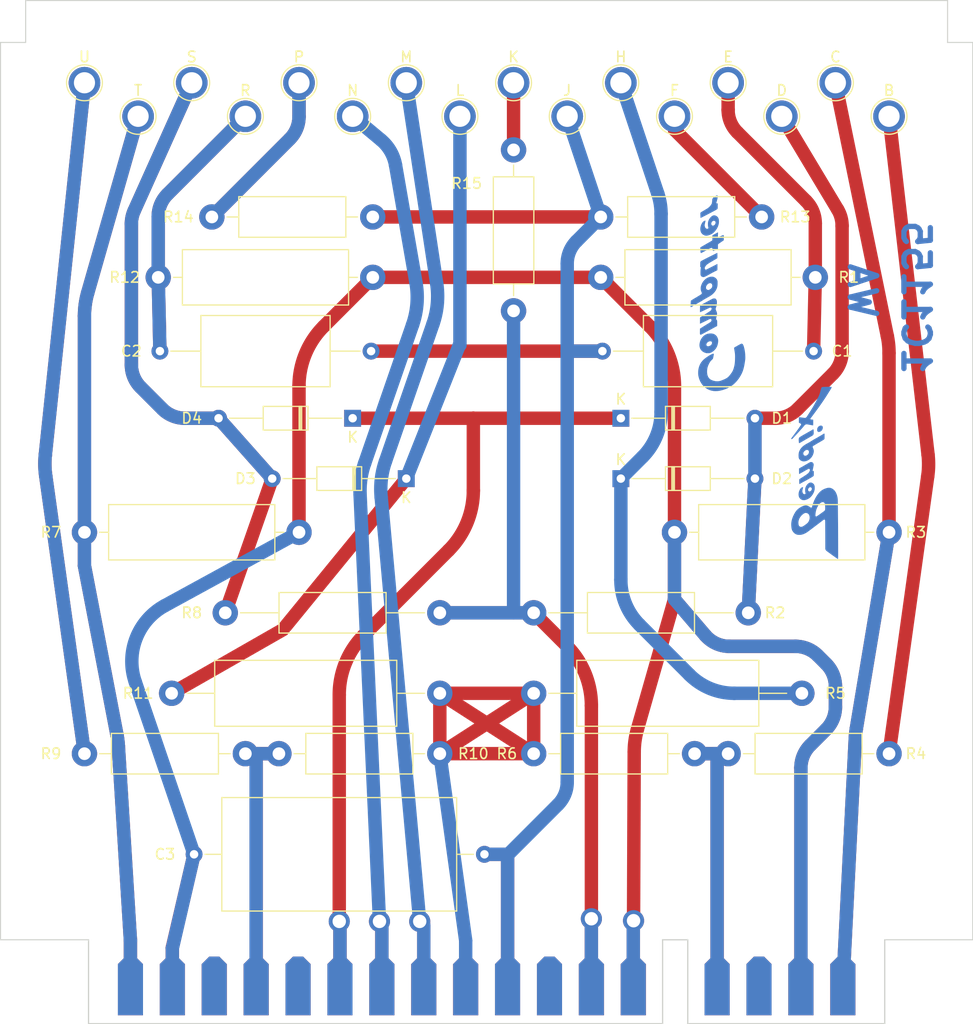
<source format=kicad_pcb>
(kicad_pcb (version 20211014) (generator pcbnew)
  (layers (0 "F.Cu" signal) (31 "B.Cu" signal) (34 "B.Paste" user) (35 "F.Paste" user) (36 "B.SilkS" user "B.Silkscreen") (37 "F.SilkS" user "F.Silkscreen") (38 "B.Mask" user) (39 "F.Mask" user) (44 "Edge.Cuts" user))
  (net 0 "")
  (net 1 "/+100V")
  (net 2 "GND")
  (net 3 "/V3P3")
  (net 4 "/Input 1")
  (net 5 "/V1P2")
  (net 6 "/-160V")
  (net 7 "/V2P2")
  (net 8 "/V2P7")
  (net 9 "/Filament 2")
  (net 10 "/Filament 1")
  (net 11 "/+250V")
  (net 12 "/V2P3")
  (net 13 "/Write Pulse")
  (net 14 "/V1P3")
  (net 15 "/V2P8")
  (net 16 "/V3P2")
  (net 17 "/Shield")
  (net 20 "/Input 2")
  (net 21 "/Output 2A")
  (net 24 "/V1P1")
  (net 25 "/V3P1")
  (net 26 "/V2P1")
  (net 27 "/Output 1A")
  (footprint "TestPoint:TestPoint_Plated_Hole_D2.0mm" (layer "F.Cu") (at 179.07 57.785 180)
    (fp_text reference "TP15")
    (fp_text value "C")
  )
  (footprint "TestPoint:TestPoint_Plated_Hole_D2.0mm" (layer "F.Cu") (at 184.15 60.96 180)
    (fp_text reference "TP16")
    (fp_text value "B")
  )
  (footprint "Resistor_THT:R_Axial_DIN0516_L15.5mm_D5.0mm_P20.32mm_Horizontal" (layer "F.Cu") (at 114.935 76.2)
    (fp_text reference "R12")
    (fp_text value "4.7K 1W 5%")
  )
  (footprint "Resistor_THT:R_Axial_DIN0516_L15.5mm_D5.0mm_P20.32mm_Horizontal" (layer "F.Cu") (at 177.165 76.2 180)
    (fp_text reference "R1")
    (fp_text value "4.7K 1W 5%")
  )
  (footprint "Resistor_THT:R_Axial_DIN0617_L17.0mm_D6.0mm_P25.40mm_Horizontal" (layer "F.Cu") (at 150.495 115.57)
    (fp_text reference "R5")
    (fp_text value "24K 2W 5%")
  )
  (footprint "TestPoint:TestPoint_Plated_Hole_D2.0mm" (layer "F.Cu") (at 118.11 57.785 180)
    (fp_text reference "TP3")
    (fp_text value "S")
  )
  (footprint "Resistor_THT:R_Axial_DIN0411_L9.9mm_D3.6mm_P15.24mm_Horizontal" (layer "F.Cu") (at 148.59 64.135 -90)
    (fp_text reference "R15")
    (fp_text value "120Ω 1/2W 5%")
  )
  (footprint "TestPoint:TestPoint_Plated_Hole_D2.0mm" (layer "F.Cu") (at 163.83 60.96 180)
    (fp_text reference "TP12")
    (fp_text value "F")
  )
  (footprint "TestPoint:TestPoint_Plated_Hole_D2.0mm" (layer "F.Cu") (at 153.67 60.96 180)
    (fp_text reference "TP10")
    (fp_text value "J")
  )
  (footprint "TestPoint:TestPoint_Plated_Hole_D2.0mm" (layer "F.Cu") (at 148.59 57.785 180)
    (fp_text reference "TP9")
    (fp_text value "K")
  )
  (footprint "Diode_THT:D_DO-35_SOD27_P12.70mm_Horizontal" (layer "F.Cu") (at 133.35 89.535 180)
    (fp_text reference "D4")
    (fp_text value "1N4007")
  )
  (footprint "Resistor_THT:R_Axial_DIN0411_L9.9mm_D3.6mm_P15.24mm_Horizontal" (layer "F.Cu") (at 107.95 121.285)
    (fp_text reference "R9")
    (fp_text value "1.2K 1/2W 5%")
  )
  (footprint "Resistor_THT:R_Axial_DIN0411_L9.9mm_D3.6mm_P15.24mm_Horizontal" (layer "F.Cu") (at 135.255 70.485 180)
    (fp_text reference "R14")
    (fp_text value "47Ω 1/2W 5%")
  )
  (footprint "Resistor_THT:R_Axial_DIN0516_L15.5mm_D5.0mm_P20.32mm_Horizontal" (layer "F.Cu") (at 107.95 100.33)
    (fp_text reference "R7")
    (fp_text value "2.7K 1/2W 5%")
  )
  (footprint "TestPoint:TestPoint_Plated_Hole_D2.0mm" (layer "F.Cu") (at 123.19 60.96 180)
    (fp_text reference "TP4")
    (fp_text value "R")
  )
  (footprint "Resistor_THT:R_Axial_DIN0411_L9.9mm_D3.6mm_P15.24mm_Horizontal" (layer "F.Cu") (at 141.605 121.285 180)
    (fp_text reference "R10")
    (fp_text value "560K 1/2W 5%")
  )
  (footprint "TestPoint:TestPoint_Plated_Hole_D2.0mm" (layer "F.Cu") (at 113.03 60.96 180)
    (fp_text reference "TP2")
    (fp_text value "T")
  )
  (footprint "Resistor_THT:R_Axial_DIN0411_L9.9mm_D3.6mm_P20.32mm_Horizontal" (layer "F.Cu") (at 121.285 107.95)
    (fp_text reference "R8")
    (fp_text value "110K 1/2W 5%")
  )
  (footprint "Capacitor_THT:C_Axial_L12.0mm_D6.5mm_P20.00mm_Horizontal" (layer "F.Cu") (at 177.005 83.185 180)
    (fp_text reference "C1")
    (fp_text value "1µF 500V")
  )
  (footprint "Diode_THT:D_DO-35_SOD27_P12.70mm_Horizontal" (layer "F.Cu") (at 158.75 89.535)
    (fp_text reference "D1")
    (fp_text value "1N4007")
  )
  (footprint "TestPoint:TestPoint_Plated_Hole_D2.0mm" (layer "F.Cu") (at 158.75 57.785 180)
    (fp_text reference "TP11")
    (fp_text value "H")
  )
  (footprint "Capacitor_THT:C_Axial_L22.0mm_D10.5mm_P27.50mm_Horizontal" (layer "F.Cu") (at 118.33 130.81)
    (fp_text reference "C3")
    (fp_text value "0.47µF 400V")
  )
  (footprint "TestPoint:TestPoint_Plated_Hole_D2.0mm" (layer "F.Cu") (at 138.43 57.785 180)
    (fp_text reference "TP7")
    (fp_text value "M")
  )
  (footprint "Diode_THT:D_DO-35_SOD27_P12.70mm_Horizontal" (layer "F.Cu") (at 138.43 95.25 180)
    (fp_text reference "D3")
    (fp_text value "1N4007")
  )
  (footprint "TestPoint:TestPoint_Plated_Hole_D2.0mm" (layer "F.Cu") (at 168.91 57.785 180)
    (fp_text reference "TP13")
    (fp_text value "E")
  )
  (footprint "Bendix_G15:Card_Edge_E_Key" (layer "F.Cu") (at 146.0375 138.9)
    (fp_text reference "J1")
    (fp_text value "Conn_02x18_Row_Letter_First")
    (fp_line (start 37.703125 0) (end 37.703125 7.9375) (layer "Edge.Cuts") (width 0.12))
    (fp_line (start 37.703125 7.9375) (end 19.05 7.9375) (layer "Edge.Cuts") (width 0.12))
    (fp_line (start 16.66875 0) (end 16.66875 7.9375) (layer "Edge.Cuts") (width 0.12))
    (fp_line (start 19.05 0) (end 16.66875 0) (layer "Edge.Cuts") (width 0.12))
    (fp_line (start -37.703125 7.9375) (end -37.703125 0) (layer "Edge.Cuts") (width 0.12))
    (fp_line (start 16.66875 7.9375) (end -37.703125 7.9375) (layer "Edge.Cuts") (width 0.12))
    (fp_line (start 19.05 7.9375) (end 19.05 0) (layer "Edge.Cuts") (width 0.12))
  )
  (footprint "Resistor_THT:R_Axial_DIN0411_L9.9mm_D3.6mm_P20.32mm_Horizontal" (layer "F.Cu") (at 170.815 107.95 180)
    (fp_text reference "R2")
    (fp_text value "110K 1/2W 5%")
  )
  (footprint "TestPoint:TestPoint_Plated_Hole_D2.0mm" (layer "F.Cu") (at 143.51 60.96 180)
    (fp_text reference "TP8")
    (fp_text value "L")
  )
  (footprint "Resistor_THT:R_Axial_DIN0516_L15.5mm_D5.0mm_P20.32mm_Horizontal" (layer "F.Cu") (at 184.15 100.33 180)
    (fp_text reference "R3")
    (fp_text value "2.7K 1/2W 5%")
  )
  (footprint "Capacitor_THT:C_Axial_L12.0mm_D6.5mm_P20.00mm_Horizontal" (layer "F.Cu") (at 115.095 83.185)
    (fp_text reference "C2")
    (fp_text value "1µF 500V")
  )
  (footprint "Resistor_THT:R_Axial_DIN0411_L9.9mm_D3.6mm_P15.24mm_Horizontal" (layer "F.Cu") (at 150.495 121.285)
    (fp_text reference "R6")
    (fp_text value "560K 1/2W 5%")
  )
  (footprint "TestPoint:TestPoint_Plated_Hole_D2.0mm" (layer "F.Cu") (at 107.95 57.785 180)
    (fp_text reference "TP1")
    (fp_text value "U")
  )
  (footprint "TestPoint:TestPoint_Plated_Hole_D2.0mm" (layer "F.Cu") (at 128.27 57.785 180)
    (fp_text reference "TP5")
    (fp_text value "P")
  )
  (footprint "TestPoint:TestPoint_Plated_Hole_D2.0mm" (layer "F.Cu") (at 173.99 60.96 180)
    (fp_text reference "TP14")
    (fp_text value "D")
  )
  (footprint "TestPoint:TestPoint_Plated_Hole_D2.0mm" (layer "F.Cu") (at 133.35 60.96 180)
    (fp_text reference "TP6")
    (fp_text value "N")
  )
  (footprint "Resistor_THT:R_Axial_DIN0411_L9.9mm_D3.6mm_P15.24mm_Horizontal" (layer "F.Cu") (at 168.91 121.285)
    (fp_text reference "R4")
    (fp_text value "1.2K 1/2W 5%")
  )
  (footprint "Resistor_THT:R_Axial_DIN0617_L17.0mm_D6.0mm_P25.40mm_Horizontal" (layer "F.Cu") (at 141.605 115.57 180)
    (fp_text reference "R11")
    (fp_text value "24K 2W 5%")
  )
  (footprint "Resistor_THT:R_Axial_DIN0411_L9.9mm_D3.6mm_P15.24mm_Horizontal" (layer "F.Cu") (at 156.845 70.485)
    (fp_text reference "R13")
    (fp_text value "47Ω 1/2W 5%")
  )
  (footprint "Diode_THT:D_DO-35_SOD27_P12.70mm_Horizontal" (layer "F.Cu") (at 158.75 95.25)
    (fp_text reference "D2")
    (fp_text value "1N4007")
  )
  (footprint "LOGO" (layer "B.Cu") (at 177.165 94.615 90)
    (fp_text reference "G***" hide)
    (fp_text value "LOGO" hide)
  )
  (footprint "LOGO" (layer "B.Cu") (at 168.275 77.47 90)
    (fp_text reference "G***" hide)
    (fp_text value "LOGO" hide)
  )
  (gr_line (start 102.38125 50) (end 189.69375 50) (layer "Edge.Cuts") (width 0.1))
  (gr_line (start 102.38125 53.96875) (end 100 53.96875) (layer "Edge.Cuts") (width 0.1))
  (gr_line (start 100 53.96875) (end 100 138.9) (layer "Edge.Cuts") (width 0.1))
  (gr_line (start 192.075 53.96875) (end 192.075 138.9) (layer "Edge.Cuts") (width 0.1))
  (gr_line (start 108.334375 138.9) (end 100 138.9) (layer "Edge.Cuts") (width 0.1))
  (gr_line (start 102.38125 50) (end 102.38125 53.96875) (layer "Edge.Cuts") (width 0.1))
  (gr_line (start 192.075 53.96875) (end 189.69375 53.96875) (layer "Edge.Cuts") (width 0.1))
  (gr_line (start 189.69375 50) (end 189.69375 53.96875) (layer "Edge.Cuts") (width 0.1))
  (gr_line (start 183.740625 138.9) (end 192.075 138.9) (layer "Edge.Cuts") (width 0.1))
  (gr_text "WA" (at 181.61 77.47 270) (layer "B.Cu") (effects (font (size 2.5 2.5) (thickness 0.5)) (justify mirror)))
  (gr_text "1C1155" (at 186.69 78.105 270) (layer "B.Cu") (effects (font (size 2.5 2.5) (thickness 0.5)) (justify mirror)))
  (via (at 104.7625 134.1375) (size 4.7625) (drill 3.175) (layers "F.Cu" "B.Cu") (remove_unused_layers) (net 0))
  (via (at 187.3125 134.1375) (size 4.7625) (drill 3.175) (layers "F.Cu" "B.Cu") (remove_unused_layers) (net 0))
  (segment (start 155.959375 143.265625) (end 155.959375 136.909375) (width 1.27) (layer "F.Cu") (net 1))
  (segment (start 153.616229 111.071229) (end 150.495 107.95) (width 1.27) (layer "F.Cu") (net 1))
  (segment (start 155.959375 136.909375) (end 155.959375 116.728083) (width 1.27) (layer "F.Cu") (net 1))
  (segment (start 141.605 107.95) (end 150.495 107.95) (width 1.27) (layer "F.Cu") (net 1))
  (via (at 155.959375 136.909375) (size 2) (drill 1.27) (layers "F.Cu" "B.Cu") (net 1))
  (arc (start 153.616229 111.071229) (mid 155.350411 113.666616) (end 155.959375 116.728083) (width 1.27) (layer "F.Cu") (net 1))
  (segment (start 150.495 107.95) (end 141.605 107.95) (width 1.27) (layer "B.Cu") (net 1))
  (segment (start 155.959375 143.265625) (end 155.959375 136.909375) (width 1.27) (layer "B.Cu") (net 1))
  (segment (start 148.59 79.375) (end 148.59 107.95) (width 1.27) (layer "B.Cu") (net 1))
  (segment (start 148.021875 130.876875) (end 147.955 130.81) (width 1.27) (layer "F.Cu") (net 2))
  (segment (start 157.005 83.185) (end 135.095 83.185) (width 1.27) (layer "F.Cu") (net 2))
  (segment (start 135.255 70.485) (end 156.845 70.485) (width 1.27) (layer "F.Cu") (net 2))
  (segment (start 147.955 130.81) (end 145.83 130.81) (width 1.27) (layer "F.Cu") (net 2))
  (segment (start 148.021875 143.265625) (end 148.021875 130.876875) (width 1.27) (layer "F.Cu") (net 2))
  (segment (start 156.845 70.485) (end 153.67 60.96) (width 1.27) (layer "B.Cu") (net 2))
  (segment (start 148.021875 130.876875) (end 147.955 130.81) (width 1.27) (layer "B.Cu") (net 2))
  (segment (start 157.005 83.185) (end 153.67 83.185) (width 1.27) (layer "B.Cu") (net 2))
  (segment (start 153.67 83.185) (end 153.67 123.986109) (width 1.27) (layer "B.Cu") (net 2))
  (segment (start 152.79132 126.10743) (end 148.021875 130.876875) (width 1.27) (layer "B.Cu") (net 2))
  (segment (start 147.955 130.81) (end 145.83 130.81) (width 1.27) (layer "B.Cu") (net 2))
  (segment (start 153.67 74.902641) (end 153.67 83.185) (width 1.27) (layer "B.Cu") (net 2))
  (segment (start 156.845 70.485) (end 154.548679 72.781321) (width 1.27) (layer "B.Cu") (net 2))
  (segment (start 148.021875 143.265625) (end 148.021875 130.876875) (width 1.27) (layer "B.Cu") (net 2))
  (arc (start 153.67 123.986109) (mid 153.441638 125.13416) (end 152.79132 126.10743) (width 1.27) (layer "B.Cu") (net 2))
  (arc (start 153.67 74.902641) (mid 153.898361 73.754591) (end 154.548679 72.781321) (width 1.27) (layer "B.Cu") (net 2))
  (segment (start 114.935 76.2) (end 114.935 70.457641) (width 1.27) (layer "F.Cu") (net 3))
  (segment (start 114.935 76.2) (end 115.095 83.185) (width 1.27) (layer "F.Cu") (net 3))
  (segment (start 115.81368 68.33632) (end 123.19 60.96) (width 1.27) (layer "F.Cu") (net 3))
  (arc (start 115.81368 68.33632) (mid 115.163361 69.30959) (end 114.935 70.457641) (width 1.27) (layer "F.Cu") (net 3))
  (segment (start 115.81368 68.33632) (end 123.19 60.96) (width 1.27) (layer "B.Cu") (net 3))
  (segment (start 114.935 76.2) (end 115.095 83.185) (width 1.27) (layer "B.Cu") (net 3))
  (segment (start 114.935 76.2) (end 114.935 70.457641) (width 1.27) (layer "B.Cu") (net 3))
  (arc (start 115.81368 68.33632) (mid 115.163361 69.30959) (end 114.935 70.457641) (width 1.27) (layer "B.Cu") (net 3))
  (segment (start 167.865625 121.510625) (end 167.64 121.285) (width 1.27) (layer "F.Cu") (net 4))
  (segment (start 165.735 121.285) (end 167.64 121.285) (width 1.27) (layer "F.Cu") (net 4))
  (segment (start 167.865625 143.265625) (end 167.865625 121.510625) (width 1.27) (layer "F.Cu") (net 4))
  (segment (start 167.64 121.285) (end 168.91 121.285) (width 1.27) (layer "F.Cu") (net 4))
  (segment (start 167.865625 143.265625) (end 167.865625 121.510625) (width 1.27) (layer "B.Cu") (net 4))
  (segment (start 165.735 121.285) (end 168.91 121.285) (width 1.27) (layer "B.Cu") (net 4))
  (segment (start 167.865625 121.510625) (end 167.64 121.285) (width 1.27) (layer "B.Cu") (net 4))
  (segment (start 171.45 95.25) (end 170.815 107.95) (width 1.27) (layer "F.Cu") (net 5))
  (segment (start 179.277479 69.772465) (end 173.99 60.96) (width 1.27) (layer "F.Cu") (net 5))
  (segment (start 179.705 83.212359) (end 179.705 71.315952) (width 1.27) (layer "F.Cu") (net 5))
  (segment (start 171.45 89.535) (end 173.382359 89.535) (width 1.27) (layer "F.Cu") (net 5))
  (segment (start 175.50368 88.65632) (end 178.826321 85.333679) (width 1.27) (layer "F.Cu") (net 5))
  (segment (start 171.45 95.25) (end 171.45 89.535) (width 1.27) (layer "F.Cu") (net 5))
  (arc (start 175.50368 88.65632) (mid 174.53041 89.306639) (end 173.382359 89.535) (width 1.27) (layer "F.Cu") (net 5))
  (arc (start 179.705 71.315952) (mid 179.596145 70.515151) (end 179.277479 69.772465) (width 1.27) (layer "F.Cu") (net 5))
  (arc (start 179.705 83.212359) (mid 179.476639 84.360409) (end 178.826321 85.333679) (width 1.27) (layer "F.Cu") (net 5))
  (segment (start 171.45 95.25) (end 171.45 89.535) (width 1.27) (layer "B.Cu") (net 5))
  (segment (start 171.45 95.25) (end 170.815 107.95) (width 1.27) (layer "B.Cu") (net 5))
  (segment (start 150.495 115.57) (end 150.495 121.285) (width 1.27) (layer "F.Cu") (net 6))
  (segment (start 141.605 121.285) (end 150.495 115.57) (width 1.27) (layer "F.Cu") (net 6))
  (segment (start 141.605 121.285) (end 150.495 121.285) (width 1.27) (layer "F.Cu") (net 6))
  (segment (start 141.605 115.57) (end 150.495 121.285) (width 1.27) (layer "F.Cu") (net 6))
  (segment (start 141.605 115.57) (end 141.605 121.285) (width 1.27) (layer "F.Cu") (net 6))
  (segment (start 141.605 115.57) (end 150.495 115.57) (width 1.27) (layer "F.Cu") (net 6))
  (segment (start 144.053125 138.973125) (end 141.605 121.285) (width 1.27) (layer "B.Cu") (net 6))
  (segment (start 144.053125 143.265625) (end 144.053125 138.973125) (width 1.27) (layer "B.Cu") (net 6))
  (segment (start 187.819105 94.989749) (end 184.15 121.285) (width 1.27) (layer "F.Cu") (net 7))
  (segment (start 184.15 60.96) (end 187.843137 92.967188) (width 1.27) (layer "F.Cu") (net 7))
  (arc (start 187.819105 94.989749) (mid 187.895301 93.979231) (end 187.843137 92.967188) (width 1.27) (layer "F.Cu") (net 7))
  (segment (start 104.242477 93.00647) (end 107.95 57.785) (width 1.27) (layer "F.Cu") (net 8))
  (segment (start 107.95 121.285) (end 104.275281 94.949516) (width 1.27) (layer "F.Cu") (net 8))
  (arc (start 104.275281 94.949516) (mid 104.19966 93.978993) (end 104.242477 93.00647) (width 1.27) (layer "F.Cu") (net 8))
  (segment (start 104.242477 93.00647) (end 107.95 57.785) (width 1.27) (layer "B.Cu") (net 8))
  (segment (start 107.95 121.285) (end 104.275281 94.949516) (width 1.27) (layer "B.Cu") (net 8))
  (arc (start 104.275281 94.949516) (mid 104.19966 93.978993) (end 104.242477 93.00647) (width 1.27) (layer "B.Cu") (net 8))
  (segment (start 136.115625 137.385625) (end 135.89 137.16) (width 1.27) (layer "F.Cu") (net 9))
  (segment (start 136.115625 143.265625) (end 136.115625 137.385625) (width 1.27) (layer "F.Cu") (net 9))
  (via (at 135.89 137.16) (size 2) (drill 1.27) (layers "F.Cu" "B.Cu") (net 9))
  (segment (start 136.031572 63.194643) (end 133.35 60.96) (width 1.27) (layer "B.Cu") (net 9))
  (segment (start 134.486471 93.801306) (end 139.024219 80.692255) (width 1.27) (layer "B.Cu") (net 9))
  (segment (start 136.115625 143.265625) (end 136.115625 137.385625) (width 1.27) (layer "B.Cu") (net 9))
  (segment (start 136.115625 137.385625) (end 135.89 137.16) (width 1.27) (layer "B.Cu") (net 9))
  (segment (start 135.89 137.16) (end 134.054611 96.781451) (width 1.27) (layer "B.Cu") (net 9))
  (segment (start 139.346025 76.704642) (end 137.411681 65.582163) (width 1.27) (layer "B.Cu") (net 9))
  (arc (start 139.346025 76.704642) (mid 139.438407 78.718889) (end 139.024219 80.692255) (width 1.27) (layer "B.Cu") (net 9))
  (arc (start 134.054611 96.781451) (mid 134.129057 95.270876) (end 134.486471 93.801306) (width 1.27) (layer "B.Cu") (net 9))
  (arc (start 137.411681 65.582163) (mid 136.933884 64.265707) (end 136.031572 63.194643) (width 1.27) (layer "B.Cu") (net 9))
  (segment (start 140.084375 137.544375) (end 139.7 137.16) (width 1.27) (layer "F.Cu") (net 10))
  (segment (start 140.084375 143.265625) (end 140.084375 137.544375) (width 1.27) (layer "F.Cu") (net 10))
  (via (at 139.7 137.16) (size 2) (drill 1.27) (layers "F.Cu" "B.Cu") (net 10))
  (segment (start 141.309424 76.789196) (end 138.43 57.785) (width 1.27) (layer "B.Cu") (net 10))
  (segment (start 140.084375 143.265625) (end 140.084375 137.544375) (width 1.27) (layer "B.Cu") (net 10))
  (segment (start 139.7 137.16) (end 136.045855 96.964403) (width 1.27) (layer "B.Cu") (net 10))
  (segment (start 136.453112 93.623233) (end 140.959588 80.604523) (width 1.27) (layer "B.Cu") (net 10))
  (segment (start 140.084375 137.544375) (end 139.7 137.16) (width 1.27) (layer "B.Cu") (net 10))
  (arc (start 140.959588 80.604523) (mid 141.36628 78.718111) (end 141.309424 76.789196) (width 1.27) (layer "B.Cu") (net 10))
  (arc (start 136.045855 96.964403) (mid 136.071776 95.272157) (end 136.453112 93.623233) (width 1.27) (layer "B.Cu") (net 10))
  (segment (start 163.83 100.33) (end 163.83 86.498708) (width 1.27) (layer "F.Cu") (net 11))
  (segment (start 130.613146 80.841854) (end 135.255 76.2) (width 1.27) (layer "F.Cu") (net 11))
  (segment (start 156.845 76.2) (end 135.255 76.2) (width 1.27) (layer "F.Cu") (net 11))
  (segment (start 159.928125 143.265625) (end 159.928125 137.116911) (width 1.27) (layer "F.Cu") (net 11))
  (segment (start 128.27 100.33) (end 128.27 86.498708) (width 1.27) (layer "F.Cu") (net 11))
  (segment (start 161.486854 80.841854) (end 156.845 76.2) (width 1.27) (layer "F.Cu") (net 11))
  (segment (start 175.287359 111.125) (end 169.019805 111.125) (width 1.27) (layer "F.Cu") (net 11))
  (segment (start 163.83 106.68) (end 163.83 100.33) (width 1.27) (layer "F.Cu") (net 11))
  (segment (start 116.271875 139.633125) (end 118.33 130.81) (width 1.27) (layer "F.Cu") (net 11))
  (segment (start 166.742035 110.077374) (end 163.83 106.68) (width 1.27) (layer "F.Cu") (net 11))
  (segment (start 160.323382 118.953162) (end 163.83 106.68) (width 1.27) (layer "F.Cu") (net 11))
  (segment (start 116.271875 143.265625) (end 116.271875 139.633125) (width 1.27) (layer "F.Cu") (net 11))
  (segment (start 175.803125 143.265625) (end 175.803125 122.619516) (width 1.27) (layer "F.Cu") (net 11))
  (segment (start 178.19132 112.78632) (end 177.408679 112.003679) (width 1.27) (layer "F.Cu") (net 11))
  (segment (start 176.681805 120.498195) (end 178.191321 118.988679) (width 1.27) (layer "F.Cu") (net 11))
  (segment (start 179.07 116.867359) (end 179.07 114.907641) (width 1.27) (layer "F.Cu") (net 11))
  (segment (start 159.928125 137.116911) (end 159.952518 137.092518) (width 1.27) (layer "F.Cu") (net 11))
  (segment (start 159.952518 137.092518) (end 160.015636 121.119319) (width 1.27) (layer "F.Cu") (net 11))
  (via (at 159.952518 137.092518) (size 2) (drill 1.27) (layers "F.Cu" "B.Cu") (net 11))
  (arc (start 161.486854 80.841854) (mid 163.221036 83.437241) (end 163.83 86.498708) (width 1.27) (layer "F.Cu") (net 11))
  (arc (start 176.681805 120.498195) (mid 176.031486 121.471465) (end 175.803125 122.619516) (width 1.27) (layer "F.Cu") (net 11))
  (arc (start 175.287359 111.125) (mid 176.435409 111.353361) (end 177.408679 112.003679) (width 1.27) (layer "F.Cu") (net 11))
  (arc (start 166.742035 110.077374) (mid 167.766234 110.850539) (end 169.019805 111.125) (width 1.27) (layer "F.Cu") (net 11))
  (arc (start 160.015636 121.119319) (mid 160.095107 120.02567) (end 160.323382 118.953162) (width 1.27) (layer "F.Cu") (net 11))
  (arc (start 178.191321 118.988679) (mid 178.841639 118.015409) (end 179.07 116.867359) (width 1.27) (layer "F.Cu") (net 11))
  (arc (start 179.07 114.907641) (mid 178.841638 113.75959) (end 178.19132 112.78632) (width 1.27) (layer "F.Cu") (net 11))
  (arc (start 130.613146 80.841854) (mid 128.878964 83.437241) (end 128.27 86.498708) (width 1.27) (layer "F.Cu") (net 11))
  (segment (start 179.07 116.867359) (end 179.07 114.907641) (width 1.27) (layer "B.Cu") (net 11))
  (segment (start 175.287359 111.125) (end 169.019805 111.125) (width 1.27) (layer "B.Cu") (net 11))
  (segment (start 115.558566 107.274107) (end 128.27 100.33) (width 1.27) (layer "B.Cu") (net 11))
  (segment (start 118.33 130.81) (end 112.756583 114.477384) (width 1.27) (layer "B.Cu") (net 11))
  (segment (start 163.83 106.68) (end 163.83 100.33) (width 1.27) (layer "B.Cu") (net 11))
  (segment (start 116.271875 139.7) (end 118.33 130.81) (width 1.27) (layer "B.Cu") (net 11))
  (segment (start 166.742035 110.077374) (end 163.83 106.68) (width 1.27) (layer "B.Cu") (net 11))
  (segment (start 159.928125 143.265625) (end 159.928125 137.116911) (width 1.27) (layer "B.Cu") (net 11))
  (segment (start 178.19132 112.78632) (end 177.408679 112.003679) (width 1.27) (layer "B.Cu") (net 11))
  (segment (start 159.928125 137.116911) (end 159.952518 137.092518) (width 1.27) (layer "B.Cu") (net 11))
  (segment (start 116.271875 143.265625) (end 116.271875 139.7) (width 1.27) (layer "B.Cu") (net 11))
  (segment (start 175.803125 143.265625) (end 175.803125 122.619516) (width 1.27) (layer "B.Cu") (net 11))
  (segment (start 176.681805 120.498195) (end 178.191321 118.988679) (width 1.27) (layer "B.Cu") (net 11))
  (arc (start 179.07 114.907641) (mid 178.841638 113.75959) (end 178.19132 112.78632) (width 1.27) (layer "B.Cu") (net 11))
  (arc (start 112.756583 114.477384) (mid 112.84322 110.364478) (end 115.558566 107.274107) (width 1.27) (layer "B.Cu") (net 11))
  (arc (start 166.742035 110.077374) (mid 167.766234 110.850539) (end 169.019805 111.125) (width 1.27) (layer "B.Cu") (net 11))
  (arc (start 175.287359 111.125) (mid 176.435409 111.353361) (end 177.408679 112.003679) (width 1.27) (layer "B.Cu") (net 11))
  (arc (start 178.191321 118.988679) (mid 178.841639 118.015409) (end 179.07 116.867359) (width 1.27) (layer "B.Cu") (net 11))
  (arc (start 176.681805 120.498195) (mid 176.031486 121.471465) (end 175.803125 122.619516) (width 1.27) (layer "B.Cu") (net 11))
  (segment (start 165.24764 113.81264) (end 160.507359 109.072359) (width 1.27) (layer "B.Cu") (net 12))
  (segment (start 158.75 95.25) (end 160.802641 93.197359) (width 1.27) (layer "B.Cu") (net 12))
  (segment (start 158.75 104.829719) (end 158.75 95.25) (width 1.27) (layer "B.Cu") (net 12))
  (segment (start 162.56 88.954719) (end 162.56 70.188666) (width 1.27) (layer "B.Cu") (net 12))
  (segment (start 162.2521 68.291299) (end 158.75 57.785) (width 1.27) (layer "B.Cu") (net 12))
  (segment (start 175.895 115.57) (end 169.490281 115.57) (width 1.27) (layer "B.Cu") (net 12))
  (arc (start 158.75 104.829719) (mid 159.206723 107.125819) (end 160.507359 109.072359) (width 1.27) (layer "B.Cu") (net 12))
  (arc (start 162.2521 68.291299) (mid 162.482525 69.227572) (end 162.56 70.188666) (width 1.27) (layer "B.Cu") (net 12))
  (arc (start 165.24764 113.81264) (mid 167.19418 115.113277) (end 169.490281 115.57) (width 1.27) (layer "B.Cu") (net 12))
  (arc (start 162.56 88.954719) (mid 162.103277 91.250819) (end 160.802641 93.197359) (width 1.27) (layer "B.Cu") (net 12))
  (segment (start 132.146875 137.226875) (end 132.08 137.16) (width 1.27) (layer "F.Cu") (net 13))
  (segment (start 133.35 89.535) (end 137.795 89.535) (width 1.27) (layer "F.Cu") (net 13))
  (segment (start 132.08 137.16) (end 132.08 115.708708) (width 1.27) (layer "F.Cu") (net 13))
  (segment (start 134.423146 110.051854) (end 142.436854 102.038146) (width 1.27) (layer "F.Cu") (net 13))
  (segment (start 137.795 89.535) (end 144.78 89.535) (width 1.27) (layer "F.Cu") (net 13))
  (segment (start 132.146875 143.265625) (end 132.146875 137.226875) (width 1.27) (layer "F.Cu") (net 13))
  (segment (start 144.78 96.381292) (end 144.78 89.535) (width 1.27) (layer "F.Cu") (net 13))
  (segment (start 144.78 89.535) (end 158.75 89.535) (width 1.27) (layer "F.Cu") (net 13))
  (via (at 132.08 137.16) (size 2) (drill 1.27) (layers "F.Cu" "B.Cu") (net 13))
  (arc (start 134.423146 110.051854) (mid 132.688964 112.647241) (end 132.08 115.708708) (width 1.27) (layer "F.Cu") (net 13))
  (arc (start 142.436854 102.038146) (mid 144.171036 99.442759) (end 144.78 96.381292) (width 1.27) (layer "F.Cu") (net 13))
  (segment (start 132.146875 137.226875) (end 132.08 137.16) (width 1.27) (layer "B.Cu") (net 13))
  (segment (start 132.146875 143.265625) (end 132.146875 137.226875) (width 1.27) (layer "B.Cu") (net 13))
  (segment (start 177.165 76.2) (end 177.005 83.185) (width 1.27) (layer "F.Cu") (net 14))
  (segment (start 176.28632 68.97132) (end 169.788679 62.473679) (width 1.27) (layer "F.Cu") (net 14))
  (segment (start 177.165 76.2) (end 177.165 71.092641) (width 1.27) (layer "F.Cu") (net 14))
  (segment (start 168.91 60.352359) (end 168.91 57.785) (width 1.27) (layer "F.Cu") (net 14))
  (arc (start 168.91 60.352359) (mid 169.138361 61.500409) (end 169.788679 62.473679) (width 1.27) (layer "F.Cu") (net 14))
  (arc (start 176.28632 68.97132) (mid 176.936639 69.94459) (end 177.165 71.092641) (width 1.27) (layer "F.Cu") (net 14))
  (segment (start 138.43 95.25) (end 127 109.22) (width 1.27) (layer "F.Cu") (net 15))
  (segment (start 116.205 115.57) (end 126.764922 109.535759) (width 1.27) (layer "F.Cu") (net 15))
  (segment (start 143.455281 82.604719) (end 138.43 95.25) (width 1.27) (layer "B.Cu") (net 15))
  (segment (start 143.51 82.604719) (end 143.455281 82.604719) (width 1.27) (layer "B.Cu") (net 15))
  (segment (start 143.51 60.96) (end 143.51 82.604719) (width 1.27) (layer "B.Cu") (net 15))
  (segment (start 112.659236 69.89781) (end 118.11 57.785) (width 1.27) (layer "F.Cu") (net 16))
  (segment (start 120.65 89.535) (end 117.447641 89.535) (width 1.27) (layer "F.Cu") (net 16))
  (segment (start 112.395 84.482359) (end 112.395 71.128904) (width 1.27) (layer "F.Cu") (net 16))
  (segment (start 121.285 107.95) (end 125.73 95.25) (width 1.27) (layer "F.Cu") (net 16))
  (segment (start 115.32632 88.65632) (end 113.273679 86.603679) (width 1.27) (layer "F.Cu") (net 16))
  (segment (start 120.65 89.535) (end 125.73 95.25) (width 1.27) (layer "F.Cu") (net 16))
  (arc (start 113.273679 86.603679) (mid 112.623361 85.630409) (end 112.395 84.482359) (width 1.27) (layer "F.Cu") (net 16))
  (arc (start 112.395 71.128904) (mid 112.461803 70.499338) (end 112.659236 69.89781) (width 1.27) (layer "F.Cu") (net 16))
  (arc (start 117.447641 89.535) (mid 116.29959 89.306638) (end 115.32632 88.65632) (width 1.27) (layer "F.Cu") (net 16))
  (segment (start 115.32632 88.65632) (end 113.273679 86.603679) (width 1.27) (layer "B.Cu") (net 16))
  (segment (start 112.395 84.482359) (end 112.395 71.128904) (width 1.27) (layer "B.Cu") (net 16))
  (segment (start 112.659236 69.89781) (end 118.11 57.785) (width 1.27) (layer "B.Cu") (net 16))
  (segment (start 125.73 95.25) (end 120.65 89.535) (width 1.27) (layer "B.Cu") (net 16))
  (segment (start 120.65 89.535) (end 117.447641 89.535) (width 1.27) (layer "B.Cu") (net 16))
  (arc (start 113.273679 86.603679) (mid 112.623361 85.630409) (end 112.395 84.482359) (width 1.27) (layer "B.Cu") (net 16))
  (arc (start 112.395 71.128904) (mid 112.461803 70.499338) (end 112.659236 69.89781) (width 1.27) (layer "B.Cu") (net 16))
  (arc (start 117.447641 89.535) (mid 116.29959 89.306638) (end 115.32632 88.65632) (width 1.27) (layer "B.Cu") (net 16))
  (segment (start 124.209375 121.535625) (end 124.46 121.285) (width 1.27) (layer "F.Cu") (net 20))
  (segment (start 124.209375 143.265625) (end 124.209375 121.535625) (width 1.27) (layer "F.Cu") (net 20))
  (segment (start 124.46 121.285) (end 123.19 121.285) (width 1.27) (layer "F.Cu") (net 20))
  (segment (start 126.365 121.285) (end 124.46 121.285) (width 1.27) (layer "F.Cu") (net 20))
  (segment (start 124.209375 143.265625) (end 124.209375 121.535625) (width 1.27) (layer "B.Cu") (net 20))
  (segment (start 124.209375 121.535625) (end 124.46 121.285) (width 1.27) (layer "B.Cu") (net 20))
  (segment (start 123.19 121.285) (end 126.365 121.285) (width 1.27) (layer "B.Cu") (net 20))
  (segment (start 107.95 100.33) (end 107.95 103.505) (width 1.27) (layer "F.Cu") (net 21))
  (segment (start 112.303125 138.973125) (end 112.303125 143.265625) (width 1.27) (layer "F.Cu") (net 21))
  (segment (start 107.95 100.33) (end 107.95 79.86044) (width 1.27) (layer "F.Cu") (net 21))
  (segment (start 107.95 103.505) (end 111.028235 119.511823) (width 1.27) (layer "F.Cu") (net 21))
  (segment (start 108.257808 77.662671) (end 113.03 60.96) (width 1.27) (layer "F.Cu") (net 21))
  (segment (start 111.156781 120.526411) (end 112.303125 138.973125) (width 1.27) (layer "F.Cu") (net 21))
  (arc (start 111.156781 120.526411) (mid 111.108738 120.017061) (end 111.028235 119.511823) (width 1.27) (layer "F.Cu") (net 21))
  (arc (start 107.95 79.86044) (mid 108.027326 78.75083) (end 108.257808 77.662671) (width 1.27) (layer "F.Cu") (net 21))
  (segment (start 108.257808 77.662671) (end 113.03 60.96) (width 1.27) (layer "B.Cu") (net 21))
  (segment (start 107.95 103.505) (end 111.028235 119.511823) (width 1.27) (layer "B.Cu") (net 21))
  (segment (start 107.95 100.33) (end 107.95 103.505) (width 1.27) (layer "B.Cu") (net 21))
  (segment (start 111.156781 120.526411) (end 112.303125 138.973125) (width 1.27) (layer "B.Cu") (net 21))
  (segment (start 107.95 100.33) (end 107.95 79.86044) (width 1.27) (layer "B.Cu") (net 21))
  (segment (start 112.303125 138.973125) (end 112.303125 143.265625) (width 1.27) (layer "B.Cu") (net 21))
  (arc (start 111.156781 120.526411) (mid 111.108738 120.017061) (end 111.028235 119.511823) (width 1.27) (layer "B.Cu") (net 21))
  (arc (start 107.95 79.86044) (mid 108.027326 78.75083) (end 108.257808 77.662671) (width 1.27) (layer "B.Cu") (net 21))
  (segment (start 172.085 70.485) (end 163.83 62.23) (width 1.27) (layer "F.Cu") (net 24))
  (segment (start 163.83 62.23) (end 163.83 60.96) (width 1.27) (layer "F.Cu") (net 24))
  (segment (start 120.015 70.485) (end 127.391321 63.108679) (width 1.27) (layer "F.Cu") (net 25))
  (segment (start 128.27 60.987359) (end 128.27 57.785) (width 1.27) (layer "F.Cu") (net 25))
  (arc (start 127.391321 63.108679) (mid 128.041639 62.135409) (end 128.27 60.987359) (width 1.27) (layer "F.Cu") (net 25))
  (segment (start 128.27 60.987359) (end 128.27 57.785) (width 1.27) (layer "B.Cu") (net 25))
  (segment (start 120.015 70.485) (end 127.391321 63.108679) (width 1.27) (layer "B.Cu") (net 25))
  (arc (start 127.391321 63.108679) (mid 128.041639 62.135409) (end 128.27 60.987359) (width 1.27) (layer "B.Cu") (net 25))
  (segment (start 148.59 64.135) (end 148.59 57.785) (width 1.27) (layer "F.Cu") (net 26))
  (segment (start 179.07 57.785) (end 183.986822 81.754505) (width 1.27) (layer "F.Cu") (net 27))
  (segment (start 179.771875 143.265625) (end 180.95187 119.839207) (width 1.27) (layer "F.Cu") (net 27))
  (segment (start 184.15 83.362058) (end 184.15 100.33) (width 1.27) (layer "F.Cu") (net 27))
  (segment (start 181.050589 118.926467) (end 184.15 100.33) (width 1.27) (layer "F.Cu") (net 27))
  (arc (start 183.986822 81.754505) (mid 184.109101 82.554151) (end 184.15 83.362058) (width 1.27) (layer "F.Cu") (net 27))
  (arc (start 180.95187 119.839207) (mid 180.988126 119.38142) (end 181.050589 118.926467) (width 1.27) (layer "F.Cu") (net 27))
  (segment (start 179.771875 143.265625) (end 180.95187 119.839207) (width 1.27) (layer "B.Cu") (net 27))
  (segment (start 181.050589 118.926467) (end 184.15 100.33) (width 1.27) (layer "B.Cu") (net 27))
  (arc (start 180.95187 119.839207) (mid 180.988126 119.38142) (end 181.050589 118.926467) (width 1.27) (layer "B.Cu") (net 27))
)
</source>
